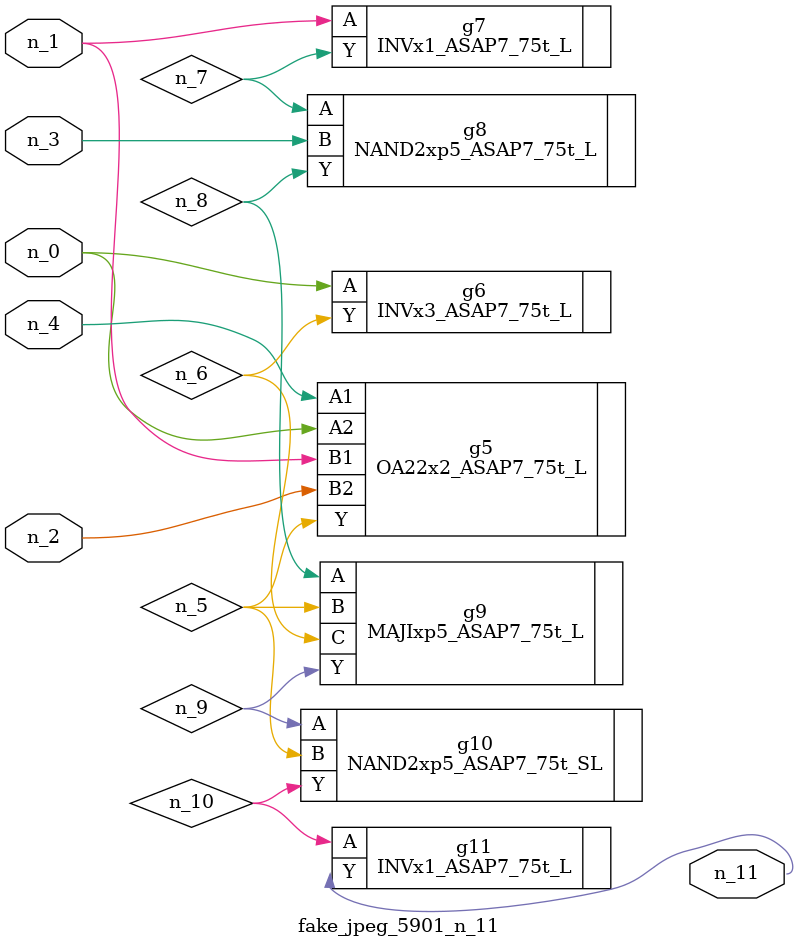
<source format=v>
module fake_jpeg_5901_n_11 (n_3, n_2, n_1, n_0, n_4, n_11);

input n_3;
input n_2;
input n_1;
input n_0;
input n_4;

output n_11;

wire n_10;
wire n_8;
wire n_9;
wire n_6;
wire n_5;
wire n_7;

OA22x2_ASAP7_75t_L g5 ( 
.A1(n_4),
.A2(n_0),
.B1(n_1),
.B2(n_2),
.Y(n_5)
);

INVx3_ASAP7_75t_L g6 ( 
.A(n_0),
.Y(n_6)
);

INVx1_ASAP7_75t_L g7 ( 
.A(n_1),
.Y(n_7)
);

NAND2xp5_ASAP7_75t_L g8 ( 
.A(n_7),
.B(n_3),
.Y(n_8)
);

MAJIxp5_ASAP7_75t_L g9 ( 
.A(n_8),
.B(n_5),
.C(n_6),
.Y(n_9)
);

NAND2xp5_ASAP7_75t_SL g10 ( 
.A(n_9),
.B(n_5),
.Y(n_10)
);

INVx1_ASAP7_75t_L g11 ( 
.A(n_10),
.Y(n_11)
);


endmodule
</source>
